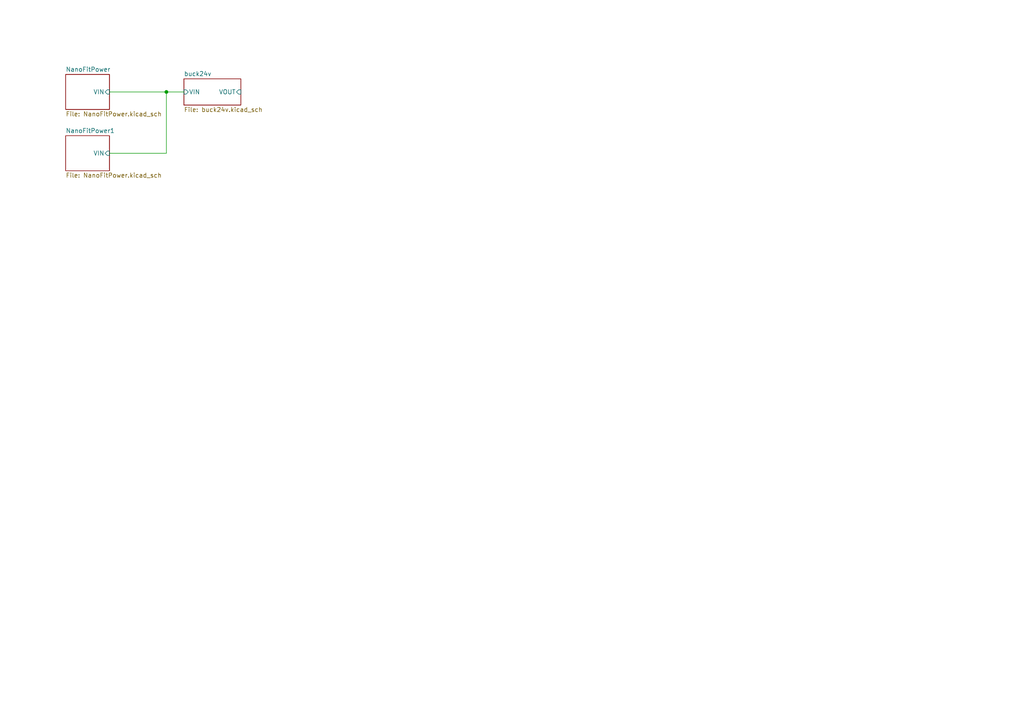
<source format=kicad_sch>
(kicad_sch
	(version 20250114)
	(generator "eeschema")
	(generator_version "9.0")
	(uuid "48ddfdd8-68fa-4e63-aa18-bc113cdf8cfa")
	(paper "A4")
	(lib_symbols)
	(junction
		(at 48.26 26.67)
		(diameter 0)
		(color 0 0 0 0)
		(uuid "66e28ff7-72ae-468d-9f16-ffa84db281c0")
	)
	(wire
		(pts
			(xy 48.26 44.45) (xy 48.26 26.67)
		)
		(stroke
			(width 0)
			(type default)
		)
		(uuid "41cf7fb9-ef89-4810-9874-f55b0b02258e")
	)
	(wire
		(pts
			(xy 31.75 26.67) (xy 48.26 26.67)
		)
		(stroke
			(width 0)
			(type default)
		)
		(uuid "5a2c0d17-baf1-49cd-83eb-628903a121de")
	)
	(wire
		(pts
			(xy 31.75 44.45) (xy 48.26 44.45)
		)
		(stroke
			(width 0)
			(type default)
		)
		(uuid "5df1b49f-1d36-4dac-b317-2df6c16c1db9")
	)
	(wire
		(pts
			(xy 48.26 26.67) (xy 53.34 26.67)
		)
		(stroke
			(width 0)
			(type default)
		)
		(uuid "d4090fba-3c0b-4d0e-b27c-f362452c1dd3")
	)
	(sheet
		(at 19.05 39.37)
		(size 12.7 10.16)
		(exclude_from_sim no)
		(in_bom yes)
		(on_board yes)
		(dnp no)
		(fields_autoplaced yes)
		(stroke
			(width 0.1524)
			(type solid)
		)
		(fill
			(color 0 0 0 0.0000)
		)
		(uuid "5bd799f0-fbfd-4157-b3c6-f957271a17dd")
		(property "Sheetname" "NanoFitPower1"
			(at 19.05 38.6584 0)
			(effects
				(font
					(size 1.27 1.27)
				)
				(justify left bottom)
			)
		)
		(property "Sheetfile" "NanoFitPower.kicad_sch"
			(at 19.05 50.1146 0)
			(effects
				(font
					(size 1.27 1.27)
				)
				(justify left top)
			)
		)
		(pin "VIN" input
			(at 31.75 44.45 0)
			(uuid "fb73e125-1b0f-4668-b4b3-342a718b99db")
			(effects
				(font
					(size 1.27 1.27)
				)
				(justify right)
			)
		)
		(instances
			(project "power_injection"
				(path "/48ddfdd8-68fa-4e63-aa18-bc113cdf8cfa"
					(page "3")
				)
			)
		)
	)
	(sheet
		(at 19.05 21.59)
		(size 12.7 10.16)
		(exclude_from_sim no)
		(in_bom yes)
		(on_board yes)
		(dnp no)
		(fields_autoplaced yes)
		(stroke
			(width 0.1524)
			(type solid)
		)
		(fill
			(color 0 0 0 0.0000)
		)
		(uuid "9705e5db-40b4-4b33-8409-e064f0938af9")
		(property "Sheetname" "NanoFitPower"
			(at 19.05 20.8784 0)
			(effects
				(font
					(size 1.27 1.27)
				)
				(justify left bottom)
			)
		)
		(property "Sheetfile" "NanoFitPower.kicad_sch"
			(at 19.05 32.3346 0)
			(effects
				(font
					(size 1.27 1.27)
				)
				(justify left top)
			)
		)
		(pin "VIN" input
			(at 31.75 26.67 0)
			(uuid "88bbb2a9-870a-4b6a-95e4-c07d29257006")
			(effects
				(font
					(size 1.27 1.27)
				)
				(justify right)
			)
		)
		(instances
			(project "power_injection"
				(path "/48ddfdd8-68fa-4e63-aa18-bc113cdf8cfa"
					(page "10")
				)
			)
		)
	)
	(sheet
		(at 53.34 22.86)
		(size 16.51 7.62)
		(exclude_from_sim no)
		(in_bom yes)
		(on_board yes)
		(dnp no)
		(fields_autoplaced yes)
		(stroke
			(width 0.1524)
			(type solid)
		)
		(fill
			(color 0 0 0 0.0000)
		)
		(uuid "fd6d255e-cbb5-4078-9520-650565e8415b")
		(property "Sheetname" "buck24v"
			(at 53.34 22.1484 0)
			(effects
				(font
					(size 1.27 1.27)
				)
				(justify left bottom)
			)
		)
		(property "Sheetfile" "buck24v.kicad_sch"
			(at 53.34 31.0646 0)
			(effects
				(font
					(size 1.27 1.27)
				)
				(justify left top)
			)
		)
		(pin "VIN" input
			(at 53.34 26.67 180)
			(uuid "2a7a7f6e-6787-453b-943d-81f7db1405ba")
			(effects
				(font
					(size 1.27 1.27)
				)
				(justify left)
			)
		)
		(pin "VOUT" input
			(at 69.85 26.67 0)
			(uuid "daf95706-33dc-489b-add0-fb828bddbadf")
			(effects
				(font
					(size 1.27 1.27)
				)
				(justify right)
			)
		)
		(instances
			(project "power_injection"
				(path "/48ddfdd8-68fa-4e63-aa18-bc113cdf8cfa"
					(page "9")
				)
			)
		)
	)
	(sheet_instances
		(path "/"
			(page "1")
		)
	)
	(embedded_fonts no)
)

</source>
